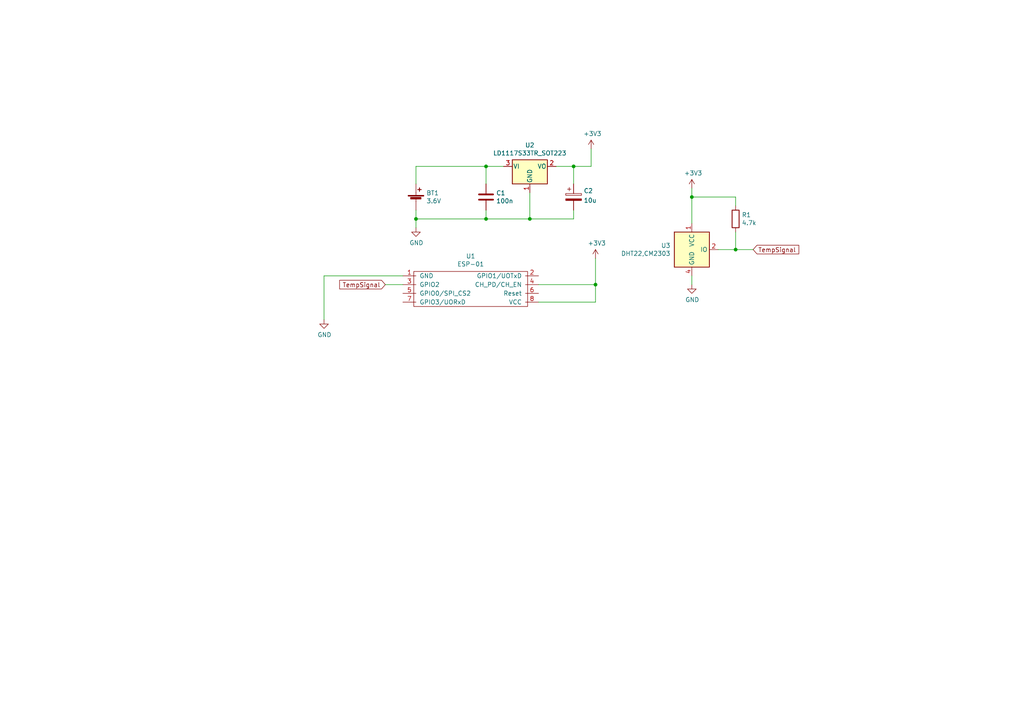
<source format=kicad_sch>
(kicad_sch (version 20211123) (generator eeschema)
  (paper "A4")
  (lib_symbols
    (symbol "Device:Battery_Cell" (pin_numbers hide) (pin_names (offset 0) hide)
      (property "Reference" "BT" (at 2.54 2.54 0))
      (property "Value" "Battery_Cell" (at 2.54 0 0))
      (symbol "Battery_Cell_0_1"
        (rectangle (start -2.286 1.778) (end 2.286 1.524) (fill (type outline)))
        (rectangle (start -1.5748 1.1938) (end 1.4732 0.6858) (fill (type outline)))
        (polyline (pts (xy 0 0.762) (xy 0 0)))
        (polyline (pts (xy 0 1.778) (xy 0 2.54)))
        (polyline (pts (xy 0.508 3.429) (xy 1.524 3.429)) (stroke (width 0.254)))
        (polyline (pts (xy 1.016 3.937) (xy 1.016 2.921)) (stroke (width 0.254)))
      )
      (symbol "Battery_Cell_1_1"
        (pin passive line (at 0 5.08 270) (length 2.54) (name "+") (number "1"))
        (pin passive line (at 0 -2.54 90) (length 2.54) (name "-") (number "2"))
      )
    )
    (symbol "Device:C" (pin_numbers hide) (pin_names (offset 0.254))
      (property "Reference" "C" (at 0.635 2.54 0))
      (property "Value" "C" (at 0.635 -2.54 0))
      (symbol "C_0_1"
        (polyline (pts (xy -2.032 -0.762) (xy 2.032 -0.762)) (stroke (width 0.508)))
        (polyline (pts (xy -2.032 0.762) (xy 2.032 0.762)) (stroke (width 0.508)))
      )
      (symbol "C_1_1"
        (pin passive line (at 0 3.81 270) (length 2.794) (name "~") (number "1"))
        (pin passive line (at 0 -3.81 90) (length 2.794) (name "~") (number "2"))
      )
    )
    (symbol "Device:C_Polarized" (pin_numbers hide) (pin_names (offset 0.254))
      (property "Reference" "C" (at 0.635 2.54 0))
      (property "Value" "C_Polarized" (at 0.635 -2.54 0))
      (symbol "C_Polarized_0_1"
        (rectangle (start -2.286 0.508) (end 2.286 1.016))
        (polyline (pts (xy -1.778 2.286) (xy -0.762 2.286)))
        (polyline (pts (xy -1.27 2.794) (xy -1.27 1.778)))
        (rectangle (start 2.286 -0.508) (end -2.286 -1.016) (fill (type outline)))
      )
      (symbol "C_Polarized_1_1"
        (pin passive line (at 0 3.81 270) (length 2.794) (name "~") (number "1"))
        (pin passive line (at 0 -3.81 90) (length 2.794) (name "~") (number "2"))
      )
    )
    (symbol "Device:R" (pin_numbers hide) (pin_names (offset 0))
      (property "Reference" "R" (at 2.032 0 90))
      (property "Value" "R" (at 0 0 90))
      (symbol "R_0_1"
        (rectangle (start -1.016 -2.54) (end 1.016 2.54) (stroke (width 0.254)))
      )
      (symbol "R_1_1"
        (pin passive line (at 0 3.81 270) (length 1.27) (name "~") (number "1"))
        (pin passive line (at 0 -3.81 90) (length 1.27) (name "~") (number "2"))
      )
    )
    (symbol "My_Arduino:ESP-01" (pin_names (offset 1.016))
      (property "Reference" "U" (at 5.08 2.54 0))
      (property "Value" "ESP-01" (at 9.525 -10.16 0))
      (symbol "ESP-01_0_1"
        (polyline (pts (xy 3.175 1.27) (xy 3.175 -8.89) (xy 36.195 -8.89) (xy 36.195 1.27) (xy 3.175 1.27)))
      )
      (symbol "ESP-01_1_1"
        (pin output line (at 0 0 0) (length 3.81) (name "GND") (number "1"))
        (pin power_in line (at 39.37 0 180) (length 3.81) (name "GPIO1/UOTxD") (number "2"))
        (pin input line (at 0 -2.54 0) (length 3.81) (name "GPIO2") (number "3"))
        (pin tri_state line (at 39.37 -2.54 180) (length 3.81) (name "CH_PD/CH_EN") (number "4"))
        (pin input line (at 0 -5.08 0) (length 3.81) (name "GPIO0/SPI_CS2") (number "5"))
        (pin tri_state line (at 39.37 -5.08 180) (length 3.81) (name "Reset") (number "6"))
        (pin power_in line (at 0 -7.62 0) (length 3.81) (name "GPIO3/UORxD") (number "7"))
        (pin input line (at 39.37 -7.62 180) (length 3.81) (name "VCC") (number "8"))
      )
    )
    (symbol "My_Parts:DHT22,CM2303"
      (property "Reference" "U" (at -3.81 6.35 0))
      (property "Value" "DHT22,CM2303" (at 7.62 6.35 0))
      (symbol "DHT22,CM2303_0_1"
        (rectangle (start -5.08 5.08) (end 5.08 -5.08) (stroke (width 0.254)) (fill (type background)))
      )
      (symbol "DHT22,CM2303_1_1"
        (pin power_in line (at 0 7.62 270) (length 2.54) (name "VCC") (number "1"))
        (pin bidirectional line (at 7.62 0 180) (length 2.54) (name "IO") (number "2"))
        (pin no_connect line (at -5.08 0 0) (length 2.54) hide (name "NC") (number "3"))
        (pin power_in line (at 0 -7.62 90) (length 2.54) (name "GND") (number "4"))
      )
    )
    (symbol "Regulator_Linear:LD1117S33TR_SOT223" (pin_names (offset 0.254))
      (property "Reference" "U" (at -3.81 3.175 0))
      (property "Value" "LD1117S33TR_SOT223" (at 0 3.175 0))
      (symbol "LD1117S33TR_SOT223_0_1"
        (rectangle (start -5.08 -5.08) (end 5.08 1.905) (stroke (width 0.254)) (fill (type background)))
      )
      (symbol "LD1117S33TR_SOT223_1_1"
        (pin power_in line (at 0 -7.62 90) (length 2.54) (name "GND") (number "1"))
        (pin power_out line (at 7.62 0 180) (length 2.54) (name "VO") (number "2"))
        (pin power_in line (at -7.62 0 0) (length 2.54) (name "VI") (number "3"))
      )
    )
    (symbol "power:+3.3V" (power) (pin_names (offset 0))
      (property "Value" "+3.3V" (at 0 3.556 0))
      (symbol "+3.3V_0_1"
        (polyline (pts (xy -0.762 1.27) (xy 0 2.54)))
        (polyline (pts (xy 0 0) (xy 0 2.54)))
        (polyline (pts (xy 0 2.54) (xy 0.762 1.27)))
      )
      (symbol "+3.3V_1_1"
        (pin power_in line (at 0 0 90) (length 0) hide (name "+3V3") (number "1"))
      )
    )
    (symbol "power:GND" (power) (pin_names (offset 0))
      (property "Value" "GND" (at 0 -3.81 0))
      (symbol "GND_0_1"
        (polyline (pts (xy 0 0) (xy 0 -1.27) (xy 1.27 -1.27) (xy 0 -2.54) (xy -1.27 -1.27) (xy 0 -1.27)))
      )
      (symbol "GND_1_1"
        (pin power_in line (at 0 0 270) (length 0) hide (name "GND") (number "1"))
      )
    )
  )
  (junction (at 120.65 63.5))
  (junction (at 140.97 63.5))
  (junction (at 172.72 82.55))
  (junction (at 140.97 48.26))
  (junction (at 213.36 72.39))
  (junction (at 153.67 63.5))
  (junction (at 166.37 48.26))
  (junction (at 200.66 57.15))
  (wire (pts (xy 171.45 48.26) (xy 171.45 43.18)))
  (wire (pts (xy 156.21 87.63) (xy 172.72 87.63)))
  (wire (pts (xy 120.65 48.26) (xy 140.97 48.26)))
  (wire (pts (xy 156.21 82.55) (xy 172.72 82.55)))
  (wire (pts (xy 172.72 74.93) (xy 172.72 82.55)))
  (wire (pts (xy 200.66 82.55) (xy 200.66 80.01)))
  (wire (pts (xy 153.67 55.88) (xy 153.67 63.5)))
  (wire (pts (xy 166.37 48.26) (xy 166.37 53.34)))
  (wire (pts (xy 153.67 63.5) (xy 166.37 63.5)))
  (wire (pts (xy 161.29 48.26) (xy 166.37 48.26)))
  (wire (pts (xy 166.37 63.5) (xy 166.37 60.96)))
  (wire (pts (xy 120.65 63.5) (xy 120.65 66.04)))
  (wire (pts (xy 93.98 80.01) (xy 116.84 80.01)))
  (wire (pts (xy 120.65 53.34) (xy 120.65 48.26)))
  (wire (pts (xy 140.97 63.5) (xy 153.67 63.5)))
  (wire (pts (xy 93.98 80.01) (xy 93.98 92.71)))
  (wire (pts (xy 172.72 82.55) (xy 172.72 87.63)))
  (wire (pts (xy 200.66 57.15) (xy 200.66 54.61)))
  (wire (pts (xy 140.97 60.96) (xy 140.97 63.5)))
  (wire (pts (xy 213.36 59.69) (xy 213.36 57.15)))
  (wire (pts (xy 166.37 48.26) (xy 171.45 48.26)))
  (wire (pts (xy 140.97 48.26) (xy 146.05 48.26)))
  (wire (pts (xy 218.44 72.39) (xy 213.36 72.39)))
  (wire (pts (xy 208.28 72.39) (xy 213.36 72.39)))
  (wire (pts (xy 213.36 72.39) (xy 213.36 67.31)))
  (wire (pts (xy 120.65 60.96) (xy 120.65 63.5)))
  (wire (pts (xy 140.97 53.34) (xy 140.97 48.26)))
  (wire (pts (xy 116.84 82.55) (xy 111.76 82.55)))
  (wire (pts (xy 200.66 64.77) (xy 200.66 57.15)))
  (wire (pts (xy 213.36 57.15) (xy 200.66 57.15)))
  (wire (pts (xy 120.65 63.5) (xy 140.97 63.5)))
  (global_label "TempSignal" (shape input) (at 218.44 72.39 0) (property "Intersheet References" "${INTERSHEET_REFS}" (effects hide)))
  (global_label "TempSignal" (shape input) (at 111.76 82.55 180) (property "Intersheet References" "${INTERSHEET_REFS}" (effects hide)))
  (symbol (lib_id "My_Arduino:ESP-01") (at 116.84 80.01 0) (unit 1)
    (property "Reference" "U1" (at 136.525 74.295 0))
    (property "Value" "ESP-01" (at 136.525 76.6064 0))
    (property "Footprint" "My_Arduino:ESP-01_w_pin_socket_large" (effects hide))
    (property "Datasheet" "http://l0l.org.uk/2014/12/esp8266-modules-hardware-guide-gotta-catch-em-all/" (effects hide))
  )
  (symbol (lib_id "Device:Battery_Cell") (at 120.65 58.42 0) (unit 1)
    (property "Reference" "BT1" (at 123.6472 55.9816 0) (effects (justify left)))
    (property "Value" "3.6V" (at 123.6472 58.293 0) (effects (justify left)))
    (property "Footprint" "My_Headers:2-pin_power_input_header_larger_pads" (effects hide))
  )
  (symbol (lib_id "Regulator_Linear:LD1117S33TR_SOT223") (at 153.67 48.26 0) (unit 1)
    (property "Reference" "U2" (at 153.67 42.1132 0))
    (property "Value" "LD1117S33TR_SOT223" (at 153.67 44.4246 0))
    (property "Footprint" "My_Misc:TO-220-3_Horizontal_TabDown_large" (effects hide))
    (property "Datasheet" "http://www.st.com/st-web-ui/static/active/en/resource/technical/document/datasheet/CD00000544.pdf" (effects hide))
  )
  (symbol (lib_id "Device:C") (at 140.97 57.15 0) (unit 1)
    (property "Reference" "C1" (at 143.891 55.9816 0) (effects (justify left)))
    (property "Value" "100n" (at 143.891 58.293 0) (effects (justify left)))
    (property "Footprint" "My_Misc:C_Disc_D3.0mm_W1.6mm_P2.50mm_larg" (effects hide))
  )
  (symbol (lib_id "power:GND") (at 120.65 66.04 0) (unit 1)
    (property "Reference" "#PWR0101" (effects hide))
    (property "Value" "GND" (at 120.777 70.4342 0))
  )
  (symbol (lib_id "power:+3.3V") (at 171.45 43.18 0) (unit 1)
    (property "Reference" "#PWR0102" (effects hide))
    (property "Value" "+3.3V" (at 171.831 38.7858 0))
  )
  (symbol (lib_id "power:+3.3V") (at 200.66 54.61 0) (unit 1)
    (property "Reference" "#PWR0103" (effects hide))
    (property "Value" "+3.3V" (at 201.041 50.2158 0))
  )
  (symbol (lib_id "power:GND") (at 200.66 82.55 0) (unit 1)
    (property "Reference" "#PWR0104" (effects hide))
    (property "Value" "GND" (at 200.787 86.9442 0))
  )
  (symbol (lib_id "Device:R") (at 213.36 63.5 0) (unit 1)
    (property "Reference" "R1" (at 215.138 62.3316 0) (effects (justify left)))
    (property "Value" "4.7k" (at 215.138 64.643 0) (effects (justify left)))
    (property "Footprint" "My_Misc:R_Axial_DIN0207_L6.3mm_D2.5mm_P10.16mm_Horizontal_larger_pads" (effects hide))
  )
  (symbol (lib_id "power:GND") (at 93.98 92.71 0) (unit 1)
    (property "Reference" "#PWR0105" (effects hide))
    (property "Value" "GND" (at 94.107 97.1042 0))
  )
  (symbol (lib_id "power:+3.3V") (at 172.72 74.93 0) (unit 1)
    (property "Reference" "#PWR0106" (effects hide))
    (property "Value" "+3.3V" (at 173.101 70.5358 0))
  )
  (symbol (lib_id "My_Parts:DHT22,CM2303") (at 200.66 72.39 0) (unit 1)
    (property "Reference" "U3" (at 194.4878 71.2216 0) (effects (justify right)))
    (property "Value" "DHT22,CM2303" (at 194.4878 73.533 0) (effects (justify right)))
    (property "Footprint" "My_Parts:DHT22,RHT03,CM2303_100mil_large" (effects hide))
    (property "Datasheet" "http://akizukidenshi.com/download/ds/aosong/DHT11.pdf" (effects hide))
  )
  (symbol (lib_id "Device:C_Polarized") (at 166.37 57.15 0) (unit 1)
    (property "Reference" "C2" (at 169.291 55.3525 0) (effects (justify left)))
    (property "Value" "10u" (at 169.291 58.1276 0) (effects (justify left)))
    (property "Footprint" "My_Misc:CP_Radial_D5.0mm_P2.50mm_larger_pads" (effects hide))
  )
)
</source>
